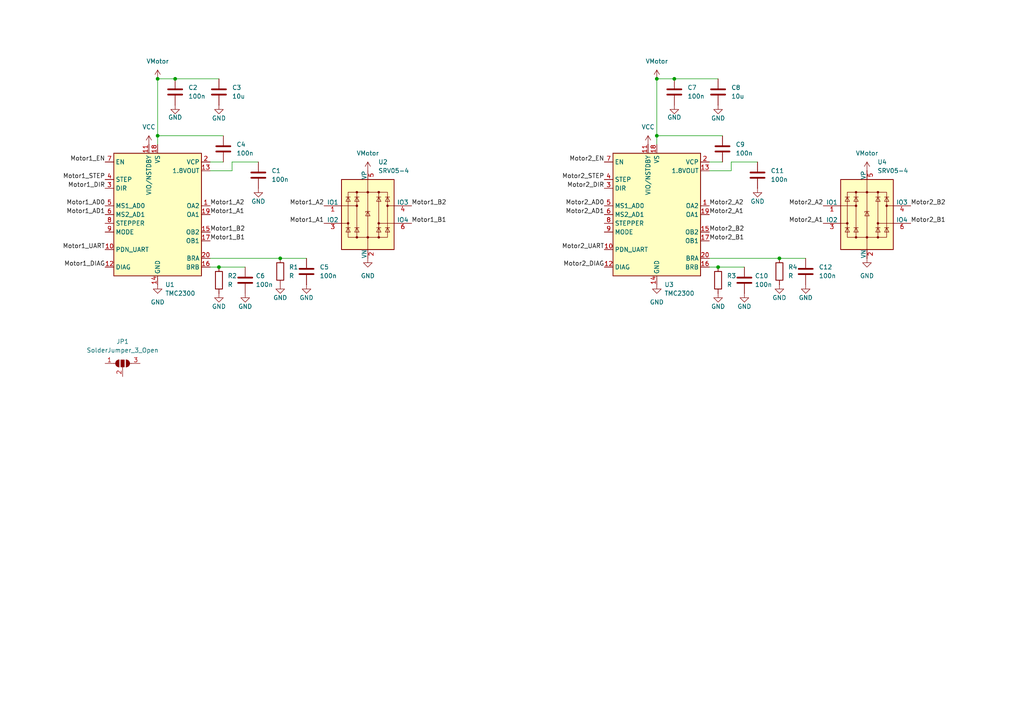
<source format=kicad_sch>
(kicad_sch (version 20231120) (generator "eeschema") (generator_version "8.0")
  (paper "A4")
  (lib_symbols
    (symbol "Device:C" (pin_numbers hide) (pin_names (offset 0.254))
      (property "Reference" "C" (at 0.635 2.54 0))
      (property "Value" "C" (at 0.635 -2.54 0))
      (symbol "C_0_1"
        (polyline (pts (xy -2.032 -0.762) (xy 2.032 -0.762)) (stroke (width 0.508)))
        (polyline (pts (xy -2.032 0.762) (xy 2.032 0.762)) (stroke (width 0.508)))
      )
      (symbol "C_1_1"
        (pin passive line (at 0 3.81 270) (length 2.794) (name "~") (number "1"))
        (pin passive line (at 0 -3.81 90) (length 2.794) (name "~") (number "2"))
      )
    )
    (symbol "Device:R" (pin_numbers hide) (pin_names (offset 0))
      (property "Reference" "R" (at 2.032 0 90))
      (property "Value" "R" (at 0 0 90))
      (symbol "R_0_1"
        (rectangle (start -1.016 -2.54) (end 1.016 2.54) (stroke (width 0.254)))
      )
      (symbol "R_1_1"
        (pin passive line (at 0 3.81 270) (length 1.27) (name "~") (number "1"))
        (pin passive line (at 0 -3.81 90) (length 1.27) (name "~") (number "2"))
      )
    )
    (symbol "Driver_Motor:TMC2300"
      (property "Reference" "U1" (at 2.1941 -20.32 0))
      (property "Value" "TMC2300" (at 2.1941 -22.86 0))
      (symbol "TMC2300_1_1"
        (rectangle (start -12.7 17.78) (end 12.7 -17.78) (stroke (width 0.254)) (fill (type background)))
        (pin output line (at 15.24 2.54 180) (length 2.54) (name "OA2") (number "1"))
        (pin bidirectional line (at -15.24 -10.16 0) (length 2.54) (name "PDN_UART") (number "10"))
        (pin power_in line (at -2.54 20.32 270) (length 2.54) (name "VIO/NSTDBY") (number "11"))
        (pin output line (at -15.24 -15.24 0) (length 2.54) (name "DIAG") (number "12"))
        (pin power_out line (at 15.24 12.7 180) (length 2.54) (name "1.8VOUT") (number "13"))
        (pin power_in line (at 0 -20.32 90) (length 2.54) (name "GND") (number "14"))
        (pin output line (at 15.24 -5.08 180) (length 2.54) (name "OB2") (number "15"))
        (pin passive line (at 15.24 -15.24 180) (length 2.54) (name "BRB") (number "16"))
        (pin output line (at 15.24 -7.62 180) (length 2.54) (name "OB1") (number "17"))
        (pin power_in line (at 0 20.32 270) (length 2.54) (name "VS") (number "18"))
        (pin output line (at 15.24 0 180) (length 2.54) (name "OA1") (number "19"))
        (pin passive line (at 15.24 15.24 180) (length 2.54) (name "VCP") (number "2"))
        (pin passive line (at 15.24 -12.7 180) (length 2.54) (name "BRA") (number "20"))
        (pin passive line (at 0 -20.32 90) (length 2.54) hide (name "GND") (number "21"))
        (pin input line (at -15.24 7.62 0) (length 2.54) (name "DIR") (number "3"))
        (pin input line (at -15.24 10.16 0) (length 2.54) (name "STEP") (number "4"))
        (pin input line (at -15.24 2.54 0) (length 2.54) (name "MS1_AD0") (number "5"))
        (pin input line (at -15.24 0 0) (length 2.54) (name "MS2_AD1") (number "6"))
        (pin input line (at -15.24 15.24 0) (length 2.54) (name "EN") (number "7"))
        (pin input line (at -15.24 -2.54 0) (length 2.54) (name "STEPPER") (number "8"))
        (pin input line (at -15.24 -5.08 0) (length 2.54) (name "MODE") (number "9"))
      )
    )
    (symbol "Jumper:SolderJumper_3_Open" (pin_names (offset 0) hide) (exclude_from_sim yes) (in_bom no)
      (property "Reference" "JP" (at -2.54 -2.54 0))
      (property "Value" "SolderJumper_3_Open" (at 0 2.794 0))
      (symbol "SolderJumper_3_Open_0_1"
        (arc (start -1.016 1.016) (mid -2.0276 0) (end -1.016 -1.016))
        (arc (start -1.016 1.016) (mid -2.0276 0) (end -1.016 -1.016) (fill (type outline)))
        (rectangle (start -0.508 1.016) (end 0.508 -1.016) (fill (type outline)))
        (polyline (pts (xy -2.54 0) (xy -2.032 0)))
        (polyline (pts (xy -1.016 1.016) (xy -1.016 -1.016)))
        (polyline (pts (xy 0 -1.27) (xy 0 -1.016)))
        (polyline (pts (xy 1.016 1.016) (xy 1.016 -1.016)))
        (polyline (pts (xy 2.54 0) (xy 2.032 0)))
        (arc (start 1.016 -1.016) (mid 2.0276 0) (end 1.016 1.016))
        (arc (start 1.016 -1.016) (mid 2.0276 0) (end 1.016 1.016) (fill (type outline)))
      )
      (symbol "SolderJumper_3_Open_1_1"
        (pin passive line (at -5.08 0 0) (length 2.54) (name "A") (number "1"))
        (pin passive line (at 0 -3.81 90) (length 2.54) (name "C") (number "2"))
        (pin passive line (at 5.08 0 180) (length 2.54) (name "B") (number "3"))
      )
    )
    (symbol "Power_Protection:SRV05-4" (pin_names (offset 0))
      (property "Reference" "U" (at -5.08 11.43 0))
      (property "Value" "SRV05-4" (at 2.54 11.43 0))
      (symbol "SRV05-4_0_0"
        (rectangle (start -5.715 6.477) (end 5.715 -6.604))
        (polyline (pts (xy -3.175 -6.604) (xy -3.175 6.477)))
        (polyline (pts (xy 3.175 6.477) (xy 3.175 -6.604)))
      )
      (symbol "SRV05-4_0_1"
        (rectangle (start -7.62 10.16) (end 7.62 -10.16) (stroke (width 0.254)) (fill (type background)))
        (circle (center -5.715 -2.54) (radius 0.2794) (fill (type outline)))
        (circle (center -3.175 -6.604) (radius 0.2794) (fill (type outline)))
        (circle (center -3.175 2.54) (radius 0.2794) (fill (type outline)))
        (circle (center -3.175 6.477) (radius 0.2794) (fill (type outline)))
        (circle (center 0 -6.604) (radius 0.2794) (fill (type outline)))
        (polyline (pts (xy -7.747 2.54) (xy -3.175 2.54)))
        (polyline (pts (xy -7.62 -2.54) (xy -5.715 -2.54)))
        (polyline (pts (xy -5.08 -3.81) (xy -6.35 -3.81)))
        (polyline (pts (xy -5.08 5.08) (xy -6.35 5.08)))
        (polyline (pts (xy -2.54 -3.81) (xy -3.81 -3.81)))
        (polyline (pts (xy -2.54 5.08) (xy -3.81 5.08)))
        (polyline (pts (xy 0 10.16) (xy 0 -10.16)))
        (polyline (pts (xy 3.81 -3.81) (xy 2.54 -3.81)))
        (polyline (pts (xy 3.81 5.08) (xy 2.54 5.08)))
        (polyline (pts (xy 6.35 -3.81) (xy 5.08 -3.81)))
        (polyline (pts (xy 6.35 5.08) (xy 5.08 5.08)))
        (polyline (pts (xy 7.62 -2.54) (xy 3.175 -2.54)))
        (polyline (pts (xy 7.62 2.54) (xy 5.715 2.54)))
        (polyline (pts (xy 0.635 0.889) (xy -0.635 0.889) (xy -0.635 0.635)))
        (polyline (pts (xy -5.08 -5.08) (xy -6.35 -5.08) (xy -5.715 -3.81) (xy -5.08 -5.08)))
        (polyline (pts (xy -5.08 3.81) (xy -6.35 3.81) (xy -5.715 5.08) (xy -5.08 3.81)))
        (polyline (pts (xy -2.54 -5.08) (xy -3.81 -5.08) (xy -3.175 -3.81) (xy -2.54 -5.08)))
        (polyline (pts (xy -2.54 3.81) (xy -3.81 3.81) (xy -3.175 5.08) (xy -2.54 3.81)))
        (polyline (pts (xy 0.635 -0.381) (xy -0.635 -0.381) (xy 0 0.889) (xy 0.635 -0.381)))
        (polyline (pts (xy 3.81 -5.08) (xy 2.54 -5.08) (xy 3.175 -3.81) (xy 3.81 -5.08)))
        (polyline (pts (xy 3.81 3.81) (xy 2.54 3.81) (xy 3.175 5.08) (xy 3.81 3.81)))
        (polyline (pts (xy 6.35 -5.08) (xy 5.08 -5.08) (xy 5.715 -3.81) (xy 6.35 -5.08)))
        (polyline (pts (xy 6.35 3.81) (xy 5.08 3.81) (xy 5.715 5.08) (xy 6.35 3.81)))
        (circle (center 0 6.477) (radius 0.2794) (fill (type outline)))
        (circle (center 3.175 -6.604) (radius 0.2794) (fill (type outline)))
        (circle (center 3.175 -2.54) (radius 0.2794) (fill (type outline)))
        (circle (center 3.175 6.477) (radius 0.2794) (fill (type outline)))
        (circle (center 5.715 2.54) (radius 0.2794) (fill (type outline)))
      )
      (symbol "SRV05-4_1_1"
        (pin passive line (at -12.7 2.54 0) (length 5.08) (name "IO1") (number "1"))
        (pin passive line (at 0 -12.7 90) (length 2.54) (name "VN") (number "2"))
        (pin passive line (at -12.7 -2.54 0) (length 5.08) (name "IO2") (number "3"))
        (pin passive line (at 12.7 2.54 180) (length 5.08) (name "IO3") (number "4"))
        (pin passive line (at 0 12.7 270) (length 2.54) (name "VP") (number "5"))
        (pin passive line (at 12.7 -2.54 180) (length 5.08) (name "IO4") (number "6"))
      )
    )
    (symbol "power:GND" (power) (pin_numbers hide) (pin_names (offset 0) hide)
      (property "Value" "GND" (at 0 -3.81 0))
      (symbol "GND_0_1"
        (polyline (pts (xy 0 0) (xy 0 -1.27) (xy 1.27 -1.27) (xy 0 -2.54) (xy -1.27 -1.27) (xy 0 -1.27)))
      )
      (symbol "GND_1_1"
        (pin power_in line (at 0 0 270) (length 0) (name "~") (number "1"))
      )
    )
    (symbol "power:VCC" (power) (pin_numbers hide) (pin_names (offset 0) hide)
      (property "Value" "VCC" (at 0 3.556 0))
      (symbol "VCC_0_1"
        (polyline (pts (xy -0.762 1.27) (xy 0 2.54)))
        (polyline (pts (xy 0 0) (xy 0 2.54)))
        (polyline (pts (xy 0 2.54) (xy 0.762 1.27)))
      )
      (symbol "VCC_1_1"
        (pin power_in line (at 0 0 90) (length 0) (name "~") (number "1"))
      )
    )
    (symbol "vmotor:VMotor" (power) (pin_numbers hide) (pin_names (offset 0) hide)
      (property "Value" "VMotor" (at 0 3.556 0))
      (symbol "VMotor_0_1"
        (polyline (pts (xy -0.762 1.27) (xy 0 2.54)))
        (polyline (pts (xy 0 0) (xy 0 2.54)))
        (polyline (pts (xy 0 2.54) (xy 0.762 1.27)))
      )
      (symbol "VMotor_1_1"
        (pin power_in line (at 0 0 90) (length 0) (name "~") (number "1"))
      )
    )
  )
  (junction (at 226.06 74.93))
  (junction (at 81.28 74.93))
  (junction (at 208.28 77.47))
  (junction (at 195.58 22.86))
  (junction (at 190.5 39.37))
  (junction (at 63.5 77.47))
  (junction (at 190.5 22.86))
  (junction (at 45.72 22.86))
  (junction (at 45.72 39.37))
  (junction (at 50.8 22.86))
  (wire (pts (xy 45.72 41.91) (xy 45.72 39.37)))
  (wire (pts (xy 60.96 77.47) (xy 63.5 77.47)))
  (wire (pts (xy 60.96 49.53) (xy 67.31 49.53)))
  (wire (pts (xy 190.5 39.37) (xy 190.5 22.86)))
  (wire (pts (xy 190.5 22.86) (xy 195.58 22.86)))
  (wire (pts (xy 212.09 49.53) (xy 212.09 46.99)))
  (wire (pts (xy 45.72 39.37) (xy 45.72 22.86)))
  (wire (pts (xy 64.77 46.99) (xy 60.96 46.99)))
  (wire (pts (xy 60.96 74.93) (xy 81.28 74.93)))
  (wire (pts (xy 205.74 74.93) (xy 226.06 74.93)))
  (wire (pts (xy 205.74 49.53) (xy 212.09 49.53)))
  (wire (pts (xy 212.09 46.99) (xy 219.71 46.99)))
  (wire (pts (xy 209.55 46.99) (xy 205.74 46.99)))
  (wire (pts (xy 67.31 46.99) (xy 74.93 46.99)))
  (wire (pts (xy 208.28 77.47) (xy 215.9 77.47)))
  (wire (pts (xy 45.72 22.86) (xy 50.8 22.86)))
  (wire (pts (xy 205.74 77.47) (xy 208.28 77.47)))
  (wire (pts (xy 45.72 39.37) (xy 64.77 39.37)))
  (wire (pts (xy 81.28 74.93) (xy 88.9 74.93)))
  (wire (pts (xy 195.58 22.86) (xy 208.28 22.86)))
  (wire (pts (xy 50.8 22.86) (xy 63.5 22.86)))
  (wire (pts (xy 190.5 41.91) (xy 190.5 39.37)))
  (wire (pts (xy 226.06 74.93) (xy 233.68 74.93)))
  (wire (pts (xy 63.5 77.47) (xy 71.12 77.47)))
  (wire (pts (xy 190.5 39.37) (xy 209.55 39.37)))
  (wire (pts (xy 67.31 49.53) (xy 67.31 46.99)))
  (label "Motor1_A2" (at 93.98 59.69 180))
  (label "Motor2_B2" (at 264.16 59.69 0))
  (label "Motor1_B1" (at 60.96 69.85 0))
  (label "Motor1_UART" (at 30.48 72.39 180))
  (label "Motor1_B2" (at 119.38 59.69 0))
  (label "Motor2_UART" (at 175.26 72.39 180))
  (label "Motor2_A1" (at 205.74 62.23 0))
  (label "Motor1_EN" (at 30.48 46.99 180))
  (label "Motor1_A1" (at 60.96 62.23 0))
  (label "Motor1_DIAG" (at 30.48 77.47 180))
  (label "Motor2_STEP" (at 175.26 52.07 180))
  (label "Motor2_A2" (at 205.74 59.69 0))
  (label "Motor2_B1" (at 264.16 64.77 0))
  (label "Motor1_STEP" (at 30.48 52.07 180))
  (label "Motor2_EN" (at 175.26 46.99 180))
  (label "Motor2_B2" (at 205.74 67.31 0))
  (label "Motor1_A1" (at 93.98 64.77 180))
  (label "Motor1_AD0" (at 30.48 59.69 180))
  (label "Motor2_DIR" (at 175.26 54.61 180))
  (label "Motor2_B1" (at 205.74 69.85 0))
  (label "Motor1_DIR" (at 30.48 54.61 180))
  (label "Motor2_DIAG" (at 175.26 77.47 180))
  (label "Motor2_A1" (at 238.76 64.77 180))
  (label "Motor1_A2" (at 60.96 59.69 0))
  (label "Motor2_AD0" (at 175.26 59.69 180))
  (label "Motor2_A2" (at 238.76 59.69 180))
  (label "Motor1_B1" (at 119.38 64.77 0))
  (label "Motor1_AD1" (at 30.48 62.23 180))
  (label "Motor1_B2" (at 60.96 67.31 0))
  (label "Motor2_AD1" (at 175.26 62.23 180))
  (symbol (lib_id "Device:C") (at 50.8 26.67 0) (unit 1)
    (property "Reference" "C2" (at 54.61 25.3999 0) (effects (justify left)))
    (property "Value" "100n" (at 54.61 27.9399 0) (effects (justify left)))
    (property "Description" "Unpolarized capacitor" (effects (hide yes)))
  )
  (symbol (lib_id "power:GND") (at 63.5 85.09 0) (unit 1)
    (property "Reference" "#PWR08" (effects (hide yes)))
    (property "Value" "GND" (at 63.5 88.9 0))
    (property "Description" "Power symbol creates a global label with name \"GND\" , ground" (effects (hide yes)))
  )
  (symbol (lib_id "power:GND") (at 63.5 30.48 0) (unit 1)
    (property "Reference" "#PWR04" (effects (hide yes)))
    (property "Value" "GND" (at 63.5 34.29 0))
    (property "Description" "Power symbol creates a global label with name \"GND\" , ground" (effects (hide yes)))
  )
  (symbol (lib_id "Driver_Motor:TMC2300") (at 190.5 62.23 0) (unit 1)
    (property "Reference" "U3" (at 192.6941 82.55 0) (effects (justify left)))
    (property "Value" "TMC2300" (at 192.6941 85.09 0) (effects (justify left)))
    (property "Footprint" "Package_DFN_QFN:VQFN-20-1EP_3x3mm_P0.4mm_EP1.7x1.7mm_ThermalVias" (effects (hide yes)))
    (property "Datasheet" "https://www.analog.com/media/en/technical-documentation/data-sheets/TMC2300_datasheet_rev1.09.pdf" (effects (hide yes)))
    (property "Description" "Low Voltage Driver for Two-Phase Stepper motor, 1.2A RMS, 2…11V, UART, internal FETs, QFN20" (effects (hide yes)))
  )
  (symbol (lib_id "Device:C") (at 233.68 78.74 0) (unit 1)
    (property "Reference" "C12" (at 237.49 77.4699 0) (effects (justify left)))
    (property "Value" "100n" (at 237.49 80.0099 0) (effects (justify left)))
    (property "Description" "Unpolarized capacitor" (effects (hide yes)))
  )
  (symbol (lib_id "power:GND") (at 45.72 82.55 0) (unit 1)
    (property "Reference" "#PWR02" (effects (hide yes)))
    (property "Value" "GND" (at 45.72 87.63 0))
    (property "Description" "Power symbol creates a global label with name \"GND\" , ground" (effects (hide yes)))
  )
  (symbol (lib_id "power:GND") (at 208.28 85.09 0) (unit 1)
    (property "Reference" "#PWR018" (effects (hide yes)))
    (property "Value" "GND" (at 208.28 88.9 0))
    (property "Description" "Power symbol creates a global label with name \"GND\" , ground" (effects (hide yes)))
  )
  (symbol (lib_id "Device:R") (at 63.5 81.28 0) (unit 1)
    (property "Reference" "R2" (at 66.04 80.0099 0) (effects (justify left)))
    (property "Value" "R" (at 66.04 82.5499 0) (effects (justify left)))
    (property "Description" "Resistor" (effects (hide yes)))
  )
  (symbol (lib_id "power:GND") (at 106.68 74.93 0) (unit 1)
    (property "Reference" "#PWR01" (effects (hide yes)))
    (property "Value" "GND" (at 106.68 80.01 0))
    (property "Description" "Power symbol creates a global label with name \"GND\" , ground" (effects (hide yes)))
  )
  (symbol (lib_id "power:GND") (at 233.68 82.55 0) (unit 1)
    (property "Reference" "#PWR022" (effects (hide yes)))
    (property "Value" "GND" (at 233.68 86.36 0))
    (property "Description" "Power symbol creates a global label with name \"GND\" , ground" (effects (hide yes)))
  )
  (symbol (lib_id "Device:R") (at 226.06 78.74 0) (unit 1)
    (property "Reference" "R4" (at 228.6 77.4699 0) (effects (justify left)))
    (property "Value" "R" (at 228.6 80.0099 0) (effects (justify left)))
    (property "Description" "Resistor" (effects (hide yes)))
  )
  (symbol (lib_id "power:GND") (at 208.28 30.48 0) (unit 1)
    (property "Reference" "#PWR017" (effects (hide yes)))
    (property "Value" "GND" (at 208.28 34.29 0))
    (property "Description" "Power symbol creates a global label with name \"GND\" , ground" (effects (hide yes)))
  )
  (symbol (lib_id "power:GND") (at 50.8 30.48 0) (unit 1)
    (property "Reference" "#PWR03" (effects (hide yes)))
    (property "Value" "GND" (at 50.8 34.036 0))
    (property "Description" "Power symbol creates a global label with name \"GND\" , ground" (effects (hide yes)))
  )
  (symbol (lib_id "Device:R") (at 81.28 78.74 0) (unit 1)
    (property "Reference" "R1" (at 83.82 77.4699 0) (effects (justify left)))
    (property "Value" "R" (at 83.82 80.0099 0) (effects (justify left)))
    (property "Description" "Resistor" (effects (hide yes)))
  )
  (symbol (lib_id "Device:C") (at 63.5 26.67 0) (unit 1)
    (property "Reference" "C3" (at 67.31 25.3999 0) (effects (justify left)))
    (property "Value" "10u" (at 67.31 27.9399 0) (effects (justify left)))
    (property "Description" "Unpolarized capacitor" (effects (hide yes)))
  )
  (symbol (lib_id "vmotor:VMotor") (at 106.68 49.53 0) (unit 1)
    (property "Reference" "#PWR06" (effects (hide yes)))
    (property "Value" "VMotor" (at 106.68 44.45 0))
    (property "Description" "Power symbol creates a global label with name \"VMotor\"" (effects (hide yes)))
  )
  (symbol (lib_id "power:GND") (at 74.93 54.61 0) (unit 1)
    (property "Reference" "#PWR07" (effects (hide yes)))
    (property "Value" "GND" (at 74.93 58.42 0))
    (property "Description" "Power symbol creates a global label with name \"GND\" , ground" (effects (hide yes)))
  )
  (symbol (lib_id "Power_Protection:SRV05-4") (at 106.68 62.23 0) (unit 1)
    (property "Reference" "U2" (at 109.6965 46.99 0) (effects (justify left)))
    (property "Value" "SRV05-4" (at 109.6965 49.53 0) (effects (justify left)))
    (property "Footprint" "Package_TO_SOT_SMD:SOT-23-6" (effects (hide yes)))
    (property "Datasheet" "http://www.onsemi.com/pub/Collateral/SRV05-4-D.PDF" (effects (hide yes)))
    (property "Description" "ESD Protection Diodes with Low Clamping Voltage, SOT-23-6" (effects (hide yes)))
  )
  (symbol (lib_id "power:GND") (at 88.9 82.55 0) (unit 1)
    (property "Reference" "#PWR010" (effects (hide yes)))
    (property "Value" "GND" (at 88.9 86.36 0))
    (property "Description" "Power symbol creates a global label with name \"GND\" , ground" (effects (hide yes)))
  )
  (symbol (lib_id "power:VCC") (at 187.96 41.91 0) (unit 1)
    (property "Reference" "#PWR013" (effects (hide yes)))
    (property "Value" "VCC" (at 187.96 36.83 0))
    (property "Description" "Power symbol creates a global label with name \"VCC\"" (effects (hide yes)))
  )
  (symbol (lib_id "power:GND") (at 219.71 54.61 0) (unit 1)
    (property "Reference" "#PWR020" (effects (hide yes)))
    (property "Value" "GND" (at 219.71 58.42 0))
    (property "Description" "Power symbol creates a global label with name \"GND\" , ground" (effects (hide yes)))
  )
  (symbol (lib_id "vmotor:VMotor") (at 190.5 22.86 0) (unit 1)
    (property "Reference" "#PWR014" (effects (hide yes)))
    (property "Value" "VMotor" (at 190.5 17.78 0))
    (property "Description" "Power symbol creates a global label with name \"VMotor\"" (effects (hide yes)))
  )
  (symbol (lib_id "power:VCC") (at 43.18 41.91 0) (unit 1)
    (property "Reference" "#PWR012" (effects (hide yes)))
    (property "Value" "VCC" (at 43.18 36.83 0))
    (property "Description" "Power symbol creates a global label with name \"VCC\"" (effects (hide yes)))
  )
  (symbol (lib_id "Power_Protection:SRV05-4") (at 251.46 62.23 0) (unit 1)
    (property "Reference" "U4" (at 254.4765 46.99 0) (effects (justify left)))
    (property "Value" "SRV05-4" (at 254.4765 49.53 0) (effects (justify left)))
    (property "Footprint" "Package_TO_SOT_SMD:SOT-23-6" (effects (hide yes)))
    (property "Datasheet" "http://www.onsemi.com/pub/Collateral/SRV05-4-D.PDF" (effects (hide yes)))
    (property "Description" "ESD Protection Diodes with Low Clamping Voltage, SOT-23-6" (effects (hide yes)))
  )
  (symbol (lib_id "Device:C") (at 74.93 50.8 0) (unit 1)
    (property "Reference" "C1" (at 78.74 49.5299 0) (effects (justify left)))
    (property "Value" "100n" (at 78.74 52.0699 0) (effects (justify left)))
    (property "Description" "Unpolarized capacitor" (effects (hide yes)))
  )
  (symbol (lib_id "Device:C") (at 64.77 43.18 0) (unit 1)
    (property "Reference" "C4" (at 68.58 41.9099 0) (effects (justify left)))
    (property "Value" "100n" (at 68.58 44.4499 0) (effects (justify left)))
    (property "Description" "Unpolarized capacitor" (effects (hide yes)))
  )
  (symbol (lib_id "Device:C") (at 195.58 26.67 0) (unit 1)
    (property "Reference" "C7" (at 199.39 25.3999 0) (effects (justify left)))
    (property "Value" "100n" (at 199.39 27.9399 0) (effects (justify left)))
    (property "Description" "Unpolarized capacitor" (effects (hide yes)))
  )
  (symbol (lib_id "power:GND") (at 195.58 30.48 0) (unit 1)
    (property "Reference" "#PWR016" (effects (hide yes)))
    (property "Value" "GND" (at 195.58 34.036 0))
    (property "Description" "Power symbol creates a global label with name \"GND\" , ground" (effects (hide yes)))
  )
  (symbol (lib_id "Device:C") (at 215.9 81.28 0) (unit 1)
    (property "Reference" "C10" (at 218.948 80.01 0) (effects (justify left)))
    (property "Value" "100n" (at 218.948 82.55 0) (effects (justify left)))
    (property "Description" "Unpolarized capacitor" (effects (hide yes)))
  )
  (symbol (lib_id "power:GND") (at 71.12 85.09 0) (unit 1)
    (property "Reference" "#PWR011" (effects (hide yes)))
    (property "Value" "GND" (at 71.12 88.9 0))
    (property "Description" "Power symbol creates a global label with name \"GND\" , ground" (effects (hide yes)))
  )
  (symbol (lib_id "vmotor:VMotor") (at 45.72 22.86 0) (unit 1)
    (property "Reference" "#PWR05" (effects (hide yes)))
    (property "Value" "VMotor" (at 45.72 17.78 0))
    (property "Description" "Power symbol creates a global label with name \"VMotor\"" (effects (hide yes)))
  )
  (symbol (lib_id "Device:R") (at 208.28 81.28 0) (unit 1)
    (property "Reference" "R3" (at 210.82 80.0099 0) (effects (justify left)))
    (property "Value" "R" (at 210.82 82.5499 0) (effects (justify left)))
    (property "Description" "Resistor" (effects (hide yes)))
  )
  (symbol (lib_id "power:GND") (at 215.9 85.09 0) (unit 1)
    (property "Reference" "#PWR019" (effects (hide yes)))
    (property "Value" "GND" (at 215.9 88.9 0))
    (property "Description" "Power symbol creates a global label with name \"GND\" , ground" (effects (hide yes)))
  )
  (symbol (lib_id "Device:C") (at 208.28 26.67 0) (unit 1)
    (property "Reference" "C8" (at 212.09 25.3999 0) (effects (justify left)))
    (property "Value" "10u" (at 212.09 27.9399 0) (effects (justify left)))
    (property "Description" "Unpolarized capacitor" (effects (hide yes)))
  )
  (symbol (lib_id "power:GND") (at 81.28 82.55 0) (unit 1)
    (property "Reference" "#PWR09" (effects (hide yes)))
    (property "Value" "GND" (at 81.28 86.36 0))
    (property "Description" "Power symbol creates a global label with name \"GND\" , ground" (effects (hide yes)))
  )
  (symbol (lib_id "Driver_Motor:TMC2300") (at 45.72 62.23 0) (unit 1)
    (property "Reference" "U1" (at 47.9141 82.55 0) (effects (justify left)))
    (property "Value" "TMC2300" (at 47.9141 85.09 0) (effects (justify left)))
    (property "Footprint" "Package_DFN_QFN:VQFN-20-1EP_3x3mm_P0.4mm_EP1.7x1.7mm_ThermalVias" (effects (hide yes)))
    (property "Datasheet" "https://www.analog.com/media/en/technical-documentation/data-sheets/TMC2300_datasheet_rev1.09.pdf" (effects (hide yes)))
    (property "Description" "Low Voltage Driver for Two-Phase Stepper motor, 1.2A RMS, 2…11V, UART, internal FETs, QFN20" (effects (hide yes)))
  )
  (symbol (lib_id "vmotor:VMotor") (at 251.46 49.53 0) (unit 1)
    (property "Reference" "#PWR023" (effects (hide yes)))
    (property "Value" "VMotor" (at 251.46 44.45 0))
    (property "Description" "Power symbol creates a global label with name \"VMotor\"" (effects (hide yes)))
  )
  (symbol (lib_id "power:GND") (at 251.46 74.93 0) (unit 1)
    (property "Reference" "#PWR024" (effects (hide yes)))
    (property "Value" "GND" (at 251.46 80.01 0))
    (property "Description" "Power symbol creates a global label with name \"GND\" , ground" (effects (hide yes)))
  )
  (symbol (lib_id "Jumper:SolderJumper_3_Open") (at 35.56 105.41 0) (unit 1) (exclude_from_sim yes) (in_bom no)
    (property "Reference" "JP1" (at 35.56 99.06 0))
    (property "Value" "SolderJumper_3_Open" (at 35.56 101.6 0))
    (property "Description" "Solder Jumper, 3-pole, open" (effects (hide yes)))
  )
  (symbol (lib_id "Device:C") (at 209.55 43.18 0) (unit 1)
    (property "Reference" "C9" (at 213.36 41.9099 0) (effects (justify left)))
    (property "Value" "100n" (at 213.36 44.4499 0) (effects (justify left)))
    (property "Description" "Unpolarized capacitor" (effects (hide yes)))
  )
  (symbol (lib_id "power:GND") (at 226.06 82.55 0) (unit 1)
    (property "Reference" "#PWR021" (effects (hide yes)))
    (property "Value" "GND" (at 226.06 86.36 0))
    (property "Description" "Power symbol creates a global label with name \"GND\" , ground" (effects (hide yes)))
  )
  (symbol (lib_id "Device:C") (at 219.71 50.8 0) (unit 1)
    (property "Reference" "C11" (at 223.52 49.5299 0) (effects (justify left)))
    (property "Value" "100n" (at 223.52 52.0699 0) (effects (justify left)))
    (property "Description" "Unpolarized capacitor" (effects (hide yes)))
  )
  (symbol (lib_id "Device:C") (at 71.12 81.28 0) (unit 1)
    (property "Reference" "C6" (at 74.168 80.01 0) (effects (justify left)))
    (property "Value" "100n" (at 74.168 82.55 0) (effects (justify left)))
    (property "Description" "Unpolarized capacitor" (effects (hide yes)))
  )
  (symbol (lib_id "power:GND") (at 190.5 82.55 0) (unit 1)
    (property "Reference" "#PWR015" (effects (hide yes)))
    (property "Value" "GND" (at 190.5 87.63 0))
    (property "Description" "Power symbol creates a global label with name \"GND\" , ground" (effects (hide yes)))
  )
  (symbol (lib_id "Device:C") (at 88.9 78.74 0) (unit 1)
    (property "Reference" "C5" (at 92.71 77.4699 0) (effects (justify left)))
    (property "Value" "100n" (at 92.71 80.0099 0) (effects (justify left)))
    (property "Description" "Unpolarized capacitor" (effects (hide yes)))
  )
)
</source>
